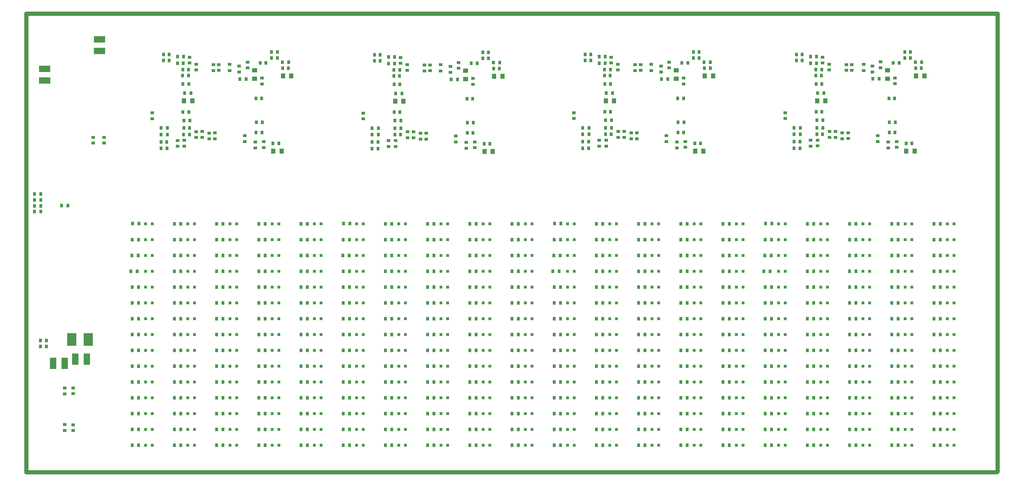
<source format=gbp>
G04*
G04 #@! TF.GenerationSoftware,Altium Limited,Altium Designer,18.1.7 (191)*
G04*
G04 Layer_Color=128*
%FSLAX25Y25*%
%MOIN*%
G70*
G01*
G75*
%ADD18C,0.04000*%
%ADD21R,0.03500X0.03000*%
%ADD27R,0.03543X0.03000*%
%ADD30R,0.06299X0.11000*%
%ADD31R,0.03000X0.03500*%
%ADD32R,0.03000X0.03543*%
%ADD34R,0.02756X0.03150*%
%ADD38R,0.03937X0.04921*%
%ADD125R,0.11000X0.06299*%
%ADD126R,0.09000X0.12000*%
%ADD127R,0.04921X0.03937*%
D18*
X0Y-100D02*
X919600D01*
X920300Y600D01*
Y435000D01*
X-100D02*
X920300D01*
X-100Y0D02*
Y435000D01*
D21*
X592193Y380972D02*
D03*
X793343Y380986D02*
D03*
X392483Y380627D02*
D03*
Y386627D02*
D03*
X192613Y386887D02*
D03*
Y380887D02*
D03*
X592193Y386971D02*
D03*
X793343Y386986D02*
D03*
D27*
X36167Y39715D02*
D03*
Y45227D02*
D03*
X36177Y79759D02*
D03*
Y74247D02*
D03*
X44137Y39471D02*
D03*
Y44983D02*
D03*
X44037Y79973D02*
D03*
Y74461D02*
D03*
X73484Y317622D02*
D03*
Y312111D02*
D03*
X63244Y317622D02*
D03*
Y312111D02*
D03*
X209383Y388998D02*
D03*
Y383487D02*
D03*
X409493Y388738D02*
D03*
Y383226D02*
D03*
X609183Y389083D02*
D03*
Y383572D02*
D03*
X809483Y389098D02*
D03*
Y383587D02*
D03*
X154365Y388098D02*
D03*
Y393610D02*
D03*
X354475Y387838D02*
D03*
Y393350D02*
D03*
X554165Y388183D02*
D03*
Y393695D02*
D03*
X754465Y388198D02*
D03*
Y393710D02*
D03*
X142983Y314742D02*
D03*
Y309231D02*
D03*
X343093Y314482D02*
D03*
Y308971D02*
D03*
X542783Y314827D02*
D03*
Y309316D02*
D03*
X743083Y314843D02*
D03*
Y309331D02*
D03*
X223083Y373843D02*
D03*
Y368331D02*
D03*
X423193Y373583D02*
D03*
Y368071D02*
D03*
X622883Y373927D02*
D03*
Y368416D02*
D03*
X823183Y373942D02*
D03*
Y368431D02*
D03*
X149583Y309331D02*
D03*
Y314843D02*
D03*
X349693Y309071D02*
D03*
Y314582D02*
D03*
X549383Y309416D02*
D03*
Y314927D02*
D03*
X749683Y309431D02*
D03*
Y314943D02*
D03*
X178583Y316331D02*
D03*
Y321843D02*
D03*
X378693Y316071D02*
D03*
Y321583D02*
D03*
X578383Y316416D02*
D03*
Y321927D02*
D03*
X778683Y316431D02*
D03*
Y321942D02*
D03*
X224783Y308075D02*
D03*
Y313586D02*
D03*
X424893Y307815D02*
D03*
Y313327D02*
D03*
X624583Y308160D02*
D03*
Y313671D02*
D03*
X824883Y308175D02*
D03*
Y313686D02*
D03*
X216783Y313087D02*
D03*
Y307575D02*
D03*
X416893Y312826D02*
D03*
Y307315D02*
D03*
X616583Y313172D02*
D03*
Y307660D02*
D03*
X816883Y313187D02*
D03*
Y307675D02*
D03*
X173183Y316231D02*
D03*
Y321743D02*
D03*
X373293Y315971D02*
D03*
Y321482D02*
D03*
X572983Y316316D02*
D03*
Y321827D02*
D03*
X773283Y316331D02*
D03*
Y321843D02*
D03*
X160883Y317531D02*
D03*
Y323042D02*
D03*
X360993Y317271D02*
D03*
Y322782D02*
D03*
X560683Y317616D02*
D03*
Y323127D02*
D03*
X760983Y317631D02*
D03*
Y323143D02*
D03*
X160783Y386943D02*
D03*
Y381431D02*
D03*
X360893Y386683D02*
D03*
Y381171D02*
D03*
X560583Y387027D02*
D03*
Y381516D02*
D03*
X760883Y387042D02*
D03*
Y381531D02*
D03*
X182183Y386643D02*
D03*
Y381131D02*
D03*
X382293Y386383D02*
D03*
Y380871D02*
D03*
X581983Y386727D02*
D03*
Y381216D02*
D03*
X782283Y386742D02*
D03*
Y381231D02*
D03*
X201583Y385142D02*
D03*
Y379631D02*
D03*
X401693Y384882D02*
D03*
Y379371D02*
D03*
X601383Y385227D02*
D03*
Y379716D02*
D03*
X801683Y385243D02*
D03*
Y379731D02*
D03*
X206783Y313575D02*
D03*
Y319087D02*
D03*
X406893Y313315D02*
D03*
Y318827D02*
D03*
X606583Y313660D02*
D03*
Y319172D02*
D03*
X806883Y313675D02*
D03*
Y319186D02*
D03*
X166583Y317575D02*
D03*
Y323087D02*
D03*
X366693Y317315D02*
D03*
Y322827D02*
D03*
X566383Y317660D02*
D03*
Y323171D02*
D03*
X766683Y317675D02*
D03*
Y323186D02*
D03*
X177149Y380989D02*
D03*
Y386501D02*
D03*
X377259Y380729D02*
D03*
Y386241D02*
D03*
X576949Y381074D02*
D03*
Y386586D02*
D03*
X777249Y381089D02*
D03*
Y386601D02*
D03*
X319193Y340638D02*
D03*
Y335126D02*
D03*
X119083Y335386D02*
D03*
Y340898D02*
D03*
X518883Y335472D02*
D03*
Y340983D02*
D03*
X719183Y340998D02*
D03*
Y335487D02*
D03*
D30*
X57186Y107243D02*
D03*
X46162D02*
D03*
X35994Y103233D02*
D03*
X24970D02*
D03*
D31*
X39278Y252784D02*
D03*
X33278D02*
D03*
X13298Y252727D02*
D03*
X7298D02*
D03*
Y263834D02*
D03*
X13298D02*
D03*
Y258281D02*
D03*
X7298D02*
D03*
Y247174D02*
D03*
X13298D02*
D03*
X460063Y25717D02*
D03*
X466063D02*
D03*
X460063Y40716D02*
D03*
X466063D02*
D03*
X460063Y55717D02*
D03*
X466063D02*
D03*
X860063D02*
D03*
X866063D02*
D03*
X860063Y40716D02*
D03*
X866063D02*
D03*
X860063Y25717D02*
D03*
X866063D02*
D03*
X660063Y55717D02*
D03*
X666063D02*
D03*
X660063Y40716D02*
D03*
X666063D02*
D03*
X660063Y25717D02*
D03*
X666063D02*
D03*
X860063Y70717D02*
D03*
X866063D02*
D03*
X860063Y85716D02*
D03*
X866063D02*
D03*
X820063Y25717D02*
D03*
X826063D02*
D03*
X820063Y40716D02*
D03*
X826063D02*
D03*
X820063Y55717D02*
D03*
X826063D02*
D03*
X820063Y70717D02*
D03*
X826063D02*
D03*
X820063Y85716D02*
D03*
X826063D02*
D03*
X780063Y25717D02*
D03*
X786063D02*
D03*
X660063Y70717D02*
D03*
X666063D02*
D03*
X660063Y85716D02*
D03*
X666063D02*
D03*
X620063Y25717D02*
D03*
X626063D02*
D03*
X620063Y40716D02*
D03*
X626063D02*
D03*
X620063Y55717D02*
D03*
X626063D02*
D03*
X620063Y70717D02*
D03*
X626063D02*
D03*
X620063Y85716D02*
D03*
X626063D02*
D03*
X580063Y25717D02*
D03*
X586063D02*
D03*
X460063Y70717D02*
D03*
X466063D02*
D03*
X460063Y85716D02*
D03*
X466063D02*
D03*
X420063Y25717D02*
D03*
X426063D02*
D03*
X420063Y40716D02*
D03*
X426063D02*
D03*
X420063Y55717D02*
D03*
X426063D02*
D03*
X420063Y70717D02*
D03*
X426063D02*
D03*
X420063Y85716D02*
D03*
X426063D02*
D03*
X380063Y25717D02*
D03*
X386063D02*
D03*
X740063D02*
D03*
X746063D02*
D03*
X700063D02*
D03*
X706063D02*
D03*
X780063Y40716D02*
D03*
X786063D02*
D03*
X740063D02*
D03*
X746063D02*
D03*
X700063D02*
D03*
X706063D02*
D03*
X780063Y55717D02*
D03*
X786063D02*
D03*
X740063D02*
D03*
X746063D02*
D03*
X700063D02*
D03*
X706063D02*
D03*
X540063Y25717D02*
D03*
X546063D02*
D03*
X500063D02*
D03*
X506063D02*
D03*
X580063Y40716D02*
D03*
X586063D02*
D03*
X540063D02*
D03*
X546063D02*
D03*
X500063D02*
D03*
X506063D02*
D03*
X580063Y55717D02*
D03*
X586063D02*
D03*
X540063D02*
D03*
X546063D02*
D03*
X500063D02*
D03*
X506063D02*
D03*
X340063Y25717D02*
D03*
X346063D02*
D03*
X300063D02*
D03*
X306063D02*
D03*
X380063Y40716D02*
D03*
X386063D02*
D03*
X340063D02*
D03*
X346063D02*
D03*
X300063D02*
D03*
X306063D02*
D03*
X380063Y55717D02*
D03*
X386063D02*
D03*
X340063D02*
D03*
X346063D02*
D03*
X300063D02*
D03*
X306063D02*
D03*
X780063Y70717D02*
D03*
X786063D02*
D03*
X740063D02*
D03*
X746063D02*
D03*
X700063D02*
D03*
X706063D02*
D03*
X780063Y85716D02*
D03*
X786063D02*
D03*
X740063D02*
D03*
X746063D02*
D03*
X700063D02*
D03*
X706063D02*
D03*
X740063Y100716D02*
D03*
X746063D02*
D03*
X700063D02*
D03*
X706063D02*
D03*
X580063Y70717D02*
D03*
X586063D02*
D03*
X540063D02*
D03*
X546063D02*
D03*
X500063D02*
D03*
X506063D02*
D03*
X580063Y85716D02*
D03*
X586063D02*
D03*
X540063D02*
D03*
X546063D02*
D03*
X500063D02*
D03*
X506063D02*
D03*
X540063Y100716D02*
D03*
X546063D02*
D03*
X500063D02*
D03*
X506063D02*
D03*
X380063Y70717D02*
D03*
X386063D02*
D03*
X340063D02*
D03*
X346063D02*
D03*
X300063D02*
D03*
X306063D02*
D03*
X380063Y85716D02*
D03*
X386063D02*
D03*
X340063D02*
D03*
X346063D02*
D03*
X300063D02*
D03*
X306063D02*
D03*
X340063Y100716D02*
D03*
X346063D02*
D03*
X300063D02*
D03*
X306063D02*
D03*
X860063D02*
D03*
X866063D02*
D03*
X860063Y115717D02*
D03*
X866063D02*
D03*
X860063Y130717D02*
D03*
X866063D02*
D03*
X860063Y145717D02*
D03*
X866063D02*
D03*
X820063Y100716D02*
D03*
X826063D02*
D03*
X820063Y115717D02*
D03*
X826063D02*
D03*
X820063Y145717D02*
D03*
X826063D02*
D03*
X820063Y130717D02*
D03*
X826063D02*
D03*
X660063Y100716D02*
D03*
X666063D02*
D03*
X660063Y115717D02*
D03*
X666063D02*
D03*
X660063Y130717D02*
D03*
X666063D02*
D03*
X660063Y145717D02*
D03*
X666063D02*
D03*
X620063Y100716D02*
D03*
X626063D02*
D03*
X620063Y115717D02*
D03*
X626063D02*
D03*
X620063Y145717D02*
D03*
X626063D02*
D03*
X620063Y130717D02*
D03*
X626063D02*
D03*
X460063Y100716D02*
D03*
X466063D02*
D03*
X460063Y115717D02*
D03*
X466063D02*
D03*
X460063Y130717D02*
D03*
X466063D02*
D03*
X460063Y145717D02*
D03*
X466063D02*
D03*
X420063Y100716D02*
D03*
X426063D02*
D03*
X420063Y115717D02*
D03*
X426063D02*
D03*
X420063Y145717D02*
D03*
X426063D02*
D03*
X420063Y130717D02*
D03*
X426063D02*
D03*
X780063Y100716D02*
D03*
X786063D02*
D03*
X780063Y115717D02*
D03*
X786063D02*
D03*
X740063D02*
D03*
X746063D02*
D03*
X700063D02*
D03*
X706063D02*
D03*
X780063Y130717D02*
D03*
X786063D02*
D03*
X740063D02*
D03*
X746063D02*
D03*
X700063D02*
D03*
X706063D02*
D03*
X700063Y145717D02*
D03*
X706063D02*
D03*
X580063Y100716D02*
D03*
X586063D02*
D03*
X580063Y115717D02*
D03*
X586063D02*
D03*
X540063D02*
D03*
X546063D02*
D03*
X500063D02*
D03*
X506063D02*
D03*
X580063Y130717D02*
D03*
X586063D02*
D03*
X540063D02*
D03*
X546063D02*
D03*
X500063D02*
D03*
X506063D02*
D03*
X500063Y145717D02*
D03*
X506063D02*
D03*
X380063Y100716D02*
D03*
X386063D02*
D03*
X380063Y115717D02*
D03*
X386063D02*
D03*
X340063D02*
D03*
X346063D02*
D03*
X300063D02*
D03*
X306063D02*
D03*
X380063Y130717D02*
D03*
X386063D02*
D03*
X340063D02*
D03*
X346063D02*
D03*
X300063D02*
D03*
X306063D02*
D03*
X300063Y145717D02*
D03*
X306063D02*
D03*
X740063D02*
D03*
X746063D02*
D03*
X780044Y145514D02*
D03*
X786044D02*
D03*
X780063Y160716D02*
D03*
X786063D02*
D03*
X740063D02*
D03*
X746063D02*
D03*
X700063D02*
D03*
X706063D02*
D03*
X780063Y175716D02*
D03*
X786063D02*
D03*
X740063D02*
D03*
X746063D02*
D03*
X700063D02*
D03*
X706063D02*
D03*
X540063Y145717D02*
D03*
X546063D02*
D03*
X580044Y145514D02*
D03*
X586044D02*
D03*
X580063Y160716D02*
D03*
X586063D02*
D03*
X540063D02*
D03*
X546063D02*
D03*
X500063D02*
D03*
X506063D02*
D03*
X580063Y175716D02*
D03*
X586063D02*
D03*
X540063D02*
D03*
X546063D02*
D03*
X500063D02*
D03*
X506063D02*
D03*
X340063Y145717D02*
D03*
X346063D02*
D03*
X380044Y145514D02*
D03*
X386044D02*
D03*
X380063Y160716D02*
D03*
X386063D02*
D03*
X340063D02*
D03*
X346063D02*
D03*
X300063D02*
D03*
X306063D02*
D03*
X380063Y175716D02*
D03*
X386063D02*
D03*
X340063D02*
D03*
X346063D02*
D03*
X300063D02*
D03*
X306063D02*
D03*
X860063D02*
D03*
X866063D02*
D03*
X860063Y160716D02*
D03*
X866063D02*
D03*
X860063Y190717D02*
D03*
X866063D02*
D03*
X860063Y205716D02*
D03*
X866063D02*
D03*
X860063Y220717D02*
D03*
X866063D02*
D03*
X860063Y235717D02*
D03*
X866063D02*
D03*
X820063Y160716D02*
D03*
X826063D02*
D03*
X820063Y175716D02*
D03*
X826063D02*
D03*
X660063D02*
D03*
X666063D02*
D03*
X660063Y160716D02*
D03*
X666063D02*
D03*
X660063Y190717D02*
D03*
X666063D02*
D03*
X660063Y205716D02*
D03*
X666063D02*
D03*
X660063Y220717D02*
D03*
X666063D02*
D03*
X660063Y235717D02*
D03*
X666063D02*
D03*
X620063Y160716D02*
D03*
X626063D02*
D03*
X620063Y175716D02*
D03*
X626063D02*
D03*
X460063D02*
D03*
X466063D02*
D03*
X460063Y160716D02*
D03*
X466063D02*
D03*
X460063Y190717D02*
D03*
X466063D02*
D03*
X460063Y205716D02*
D03*
X466063D02*
D03*
X460063Y220717D02*
D03*
X466063D02*
D03*
X460063Y235717D02*
D03*
X466063D02*
D03*
X420063Y160716D02*
D03*
X426063D02*
D03*
X420063Y175716D02*
D03*
X426063D02*
D03*
X780063Y190717D02*
D03*
X786063D02*
D03*
X820063D02*
D03*
X826063D02*
D03*
X820063Y205716D02*
D03*
X826063D02*
D03*
X780063D02*
D03*
X786063D02*
D03*
X820063Y220717D02*
D03*
X826063D02*
D03*
X780063D02*
D03*
X786063D02*
D03*
X820063Y235717D02*
D03*
X826063D02*
D03*
X780063D02*
D03*
X786063D02*
D03*
X580063Y190717D02*
D03*
X586063D02*
D03*
X620063D02*
D03*
X626063D02*
D03*
X620063Y205716D02*
D03*
X626063D02*
D03*
X580063D02*
D03*
X586063D02*
D03*
X620063Y220717D02*
D03*
X626063D02*
D03*
X580063D02*
D03*
X586063D02*
D03*
X620063Y235717D02*
D03*
X626063D02*
D03*
X580063D02*
D03*
X586063D02*
D03*
X380063Y190717D02*
D03*
X386063D02*
D03*
X420063D02*
D03*
X426063D02*
D03*
X420063Y205716D02*
D03*
X426063D02*
D03*
X380063D02*
D03*
X386063D02*
D03*
X420063Y220717D02*
D03*
X426063D02*
D03*
X380063D02*
D03*
X386063D02*
D03*
X420063Y235717D02*
D03*
X426063D02*
D03*
X380063D02*
D03*
X386063D02*
D03*
X300333Y235799D02*
D03*
X306333D02*
D03*
X299914Y205716D02*
D03*
X305913D02*
D03*
X300063Y220717D02*
D03*
X306063D02*
D03*
X340063Y190717D02*
D03*
X346063D02*
D03*
X340063Y205716D02*
D03*
X346063D02*
D03*
X340063Y220717D02*
D03*
X346063D02*
D03*
X340063Y235717D02*
D03*
X346063D02*
D03*
X300063Y190717D02*
D03*
X306063D02*
D03*
X740063Y190717D02*
D03*
X746063D02*
D03*
X740063Y205716D02*
D03*
X746063D02*
D03*
X740063Y220717D02*
D03*
X746063D02*
D03*
X740063Y235717D02*
D03*
X746063D02*
D03*
X698933Y190672D02*
D03*
X704933D02*
D03*
X699914Y205716D02*
D03*
X705913D02*
D03*
X700063Y220717D02*
D03*
X706063D02*
D03*
X700333Y235799D02*
D03*
X706333D02*
D03*
X540063Y190717D02*
D03*
X546063D02*
D03*
X540063Y205716D02*
D03*
X546063D02*
D03*
X540063Y220717D02*
D03*
X546063D02*
D03*
X540063Y235717D02*
D03*
X546063D02*
D03*
X498933Y190672D02*
D03*
X504933D02*
D03*
X499914Y205716D02*
D03*
X505913D02*
D03*
X500063Y220717D02*
D03*
X506063D02*
D03*
X500333Y235799D02*
D03*
X506333D02*
D03*
X146063Y115717D02*
D03*
X140063D02*
D03*
X100063Y130717D02*
D03*
X106063D02*
D03*
X220063Y175716D02*
D03*
X226063D02*
D03*
X220063Y100716D02*
D03*
X226063D02*
D03*
X100063Y145717D02*
D03*
X106063D02*
D03*
X140063Y70717D02*
D03*
X146063D02*
D03*
Y175716D02*
D03*
X140063D02*
D03*
X106063D02*
D03*
X100063D02*
D03*
X266063Y145717D02*
D03*
X260063D02*
D03*
X106063Y115717D02*
D03*
X100063D02*
D03*
X146063Y160716D02*
D03*
X140063D02*
D03*
X186063D02*
D03*
X180063D02*
D03*
X106063D02*
D03*
X100063D02*
D03*
X226063Y40716D02*
D03*
X220063D02*
D03*
X146063D02*
D03*
X140063D02*
D03*
X186063Y85716D02*
D03*
X180063D02*
D03*
X266063Y25717D02*
D03*
X260063D02*
D03*
X226063D02*
D03*
X220063D02*
D03*
X186063Y40716D02*
D03*
X180063D02*
D03*
X106063Y70717D02*
D03*
X100063D02*
D03*
X266063Y130717D02*
D03*
X260063D02*
D03*
X266063Y55717D02*
D03*
X260063D02*
D03*
X266063Y70717D02*
D03*
X260063D02*
D03*
X146063Y25717D02*
D03*
X140063D02*
D03*
X186063Y70717D02*
D03*
X180063D02*
D03*
X266063Y100716D02*
D03*
X260063D02*
D03*
X186063D02*
D03*
X180063D02*
D03*
X146063Y145717D02*
D03*
X140063D02*
D03*
X226063Y55717D02*
D03*
X220063D02*
D03*
X106063Y40716D02*
D03*
X100063D02*
D03*
X146063Y85716D02*
D03*
X140063D02*
D03*
X186063Y130717D02*
D03*
X180063D02*
D03*
X266063Y40716D02*
D03*
X260063D02*
D03*
X266063Y85716D02*
D03*
X260063D02*
D03*
X106063D02*
D03*
X100063D02*
D03*
X226063Y115717D02*
D03*
X220063D02*
D03*
X146063Y130717D02*
D03*
X140063D02*
D03*
X186063Y175716D02*
D03*
X180063D02*
D03*
X106063Y25717D02*
D03*
X100063D02*
D03*
X266063Y115717D02*
D03*
X260063D02*
D03*
X186063D02*
D03*
X180063D02*
D03*
X186044Y145514D02*
D03*
X180044D02*
D03*
X226063Y70717D02*
D03*
X220063D02*
D03*
X186063Y55717D02*
D03*
X180063D02*
D03*
X226063Y85716D02*
D03*
X220063D02*
D03*
X146063Y55717D02*
D03*
X140063D02*
D03*
X146063Y100716D02*
D03*
X140063D02*
D03*
X226063Y145717D02*
D03*
X220063D02*
D03*
X186063Y25717D02*
D03*
X180063D02*
D03*
X106063Y55717D02*
D03*
X100063D02*
D03*
X106063Y100716D02*
D03*
X100063D02*
D03*
X226063Y130717D02*
D03*
X220063D02*
D03*
X266063Y205716D02*
D03*
X260063D02*
D03*
X266063Y190717D02*
D03*
X260063D02*
D03*
X266063Y220717D02*
D03*
X260063D02*
D03*
X266063Y175716D02*
D03*
X260063D02*
D03*
X266063Y235717D02*
D03*
X260063D02*
D03*
X266063Y160716D02*
D03*
X260063D02*
D03*
X226063D02*
D03*
X220063D02*
D03*
X180063Y235717D02*
D03*
X186063D02*
D03*
X220063D02*
D03*
X226063D02*
D03*
X180063Y220717D02*
D03*
X186063D02*
D03*
X220063D02*
D03*
X226063D02*
D03*
X180063Y205716D02*
D03*
X186063D02*
D03*
X220063D02*
D03*
X226063D02*
D03*
X220063Y190717D02*
D03*
X226063D02*
D03*
X180063D02*
D03*
X186063D02*
D03*
X140063Y220717D02*
D03*
X146063D02*
D03*
X98933Y190672D02*
D03*
X104933D02*
D03*
X140063Y205716D02*
D03*
X146063D02*
D03*
X99914D02*
D03*
X105913D02*
D03*
X140063Y190717D02*
D03*
X146063D02*
D03*
X140063Y235717D02*
D03*
X146063D02*
D03*
X100063Y220717D02*
D03*
X106063D02*
D03*
X100333Y235799D02*
D03*
X106333D02*
D03*
X248420Y388776D02*
D03*
X242420D02*
D03*
X448530Y388516D02*
D03*
X442530D02*
D03*
X648220Y388861D02*
D03*
X642220D02*
D03*
X848520Y388877D02*
D03*
X842520D02*
D03*
X155683Y359487D02*
D03*
X355793Y359226D02*
D03*
X755783Y359587D02*
D03*
X402423Y372606D02*
D03*
X802073Y373287D02*
D03*
X555483Y359572D02*
D03*
X333493Y320127D02*
D03*
X327493D02*
D03*
X333493Y326226D02*
D03*
X327493D02*
D03*
X349793Y359226D02*
D03*
X408423Y372606D02*
D03*
X207963Y372996D02*
D03*
X201963D02*
D03*
X607723Y373057D02*
D03*
X601723D02*
D03*
X149683Y359487D02*
D03*
X127383Y326486D02*
D03*
X133383D02*
D03*
X127383Y320387D02*
D03*
X133383D02*
D03*
X549483Y359572D02*
D03*
X527183Y326571D02*
D03*
X533183D02*
D03*
X527183Y320472D02*
D03*
X533183D02*
D03*
X808073Y373287D02*
D03*
X733483Y326587D02*
D03*
X727483D02*
D03*
X733483Y320486D02*
D03*
X727483D02*
D03*
X749783Y359587D02*
D03*
D32*
X13276Y124803D02*
D03*
X18788D02*
D03*
X18758Y119213D02*
D03*
X13246D02*
D03*
X129627Y390586D02*
D03*
X135139D02*
D03*
X329737Y390326D02*
D03*
X335249D02*
D03*
X529427Y390671D02*
D03*
X534939D02*
D03*
X729727Y390686D02*
D03*
X735239D02*
D03*
X232227Y398587D02*
D03*
X237739D02*
D03*
X432337Y398326D02*
D03*
X437849D02*
D03*
X632027Y398672D02*
D03*
X637539D02*
D03*
X832327Y398687D02*
D03*
X837839D02*
D03*
X129627Y396087D02*
D03*
X135139D02*
D03*
X329737Y395827D02*
D03*
X335249D02*
D03*
X529427Y396171D02*
D03*
X534939D02*
D03*
X729727Y396186D02*
D03*
X735239D02*
D03*
X148639Y394087D02*
D03*
X143127D02*
D03*
X348749Y393827D02*
D03*
X343237D02*
D03*
X548439Y394172D02*
D03*
X542927D02*
D03*
X748739Y394186D02*
D03*
X743227D02*
D03*
X239039Y311887D02*
D03*
X233527D02*
D03*
X439149Y311627D02*
D03*
X433637D02*
D03*
X638839Y311971D02*
D03*
X633327D02*
D03*
X839139Y311986D02*
D03*
X833627D02*
D03*
X237739Y392787D02*
D03*
X232227D02*
D03*
X437849Y392527D02*
D03*
X432337D02*
D03*
X637539Y392871D02*
D03*
X632027D02*
D03*
X837839Y392886D02*
D03*
X832327D02*
D03*
X143027Y387887D02*
D03*
X148539D02*
D03*
X343137Y387627D02*
D03*
X348649D02*
D03*
X542827Y387971D02*
D03*
X548339D02*
D03*
X743127Y387986D02*
D03*
X748639D02*
D03*
X149127Y333686D02*
D03*
X154639D02*
D03*
X349237Y333426D02*
D03*
X354749D02*
D03*
X548927Y333771D02*
D03*
X554439D02*
D03*
X749227Y333787D02*
D03*
X754739D02*
D03*
X223039Y322287D02*
D03*
X217527D02*
D03*
X423149Y322026D02*
D03*
X417637D02*
D03*
X622839Y322372D02*
D03*
X617327D02*
D03*
X823139Y322387D02*
D03*
X817627D02*
D03*
X221427Y388286D02*
D03*
X226939D02*
D03*
X421537Y388026D02*
D03*
X427049D02*
D03*
X621227Y388371D02*
D03*
X626739D02*
D03*
X821527Y388387D02*
D03*
X827039D02*
D03*
X132939Y313387D02*
D03*
X127427D02*
D03*
X333049Y313126D02*
D03*
X327537D02*
D03*
X532739Y313472D02*
D03*
X527227D02*
D03*
X733039Y313487D02*
D03*
X727527D02*
D03*
X147927Y376186D02*
D03*
X153439D02*
D03*
X348037Y375926D02*
D03*
X353549D02*
D03*
X547727Y376272D02*
D03*
X553239D02*
D03*
X748027Y376287D02*
D03*
X753539D02*
D03*
X148027Y381887D02*
D03*
X153539D02*
D03*
X348137Y381627D02*
D03*
X353649D02*
D03*
X547827Y381972D02*
D03*
X553339D02*
D03*
X748127Y381986D02*
D03*
X753639D02*
D03*
X149027Y326486D02*
D03*
X154539D02*
D03*
X349137Y326226D02*
D03*
X354649D02*
D03*
X548827Y326571D02*
D03*
X554339D02*
D03*
X749127Y326587D02*
D03*
X754639D02*
D03*
X148927Y320387D02*
D03*
X154439D02*
D03*
X349037Y320127D02*
D03*
X354549D02*
D03*
X548727Y320472D02*
D03*
X554239D02*
D03*
X749027Y320486D02*
D03*
X754539D02*
D03*
X127471Y307287D02*
D03*
X132983D02*
D03*
X327581Y307027D02*
D03*
X333093D02*
D03*
X527271Y307371D02*
D03*
X532783D02*
D03*
X727571Y307386D02*
D03*
X733083D02*
D03*
X148227Y341687D02*
D03*
X153739D02*
D03*
X348337Y341426D02*
D03*
X353849D02*
D03*
X548027Y341772D02*
D03*
X553539D02*
D03*
X748327Y341787D02*
D03*
X753839D02*
D03*
X148227Y368186D02*
D03*
X153739D02*
D03*
X348337Y367927D02*
D03*
X353849D02*
D03*
X548027Y368271D02*
D03*
X553539D02*
D03*
X748327Y368286D02*
D03*
X753839D02*
D03*
X223289Y331778D02*
D03*
X217777D02*
D03*
X423399Y331518D02*
D03*
X417887D02*
D03*
X623089Y331863D02*
D03*
X617577D02*
D03*
X823389Y331878D02*
D03*
X817877D02*
D03*
X222839Y354486D02*
D03*
X217327D02*
D03*
X422949Y354226D02*
D03*
X417437D02*
D03*
X622639Y354572D02*
D03*
X617127D02*
D03*
X822939Y354587D02*
D03*
X817427D02*
D03*
X248176Y383187D02*
D03*
X242664D02*
D03*
X448286Y382927D02*
D03*
X442774D02*
D03*
X647976Y383272D02*
D03*
X642464D02*
D03*
X848276Y383286D02*
D03*
X842764D02*
D03*
D34*
X472914Y25717D02*
D03*
X479213D02*
D03*
X472914Y40716D02*
D03*
X479213D02*
D03*
X472914Y55717D02*
D03*
X479213D02*
D03*
X872913D02*
D03*
X879213D02*
D03*
X872913Y40716D02*
D03*
X879213D02*
D03*
X872913Y25717D02*
D03*
X879213D02*
D03*
X672914Y55717D02*
D03*
X679213D02*
D03*
X672914Y40716D02*
D03*
X679213D02*
D03*
X672914Y25717D02*
D03*
X679213D02*
D03*
X872913Y70717D02*
D03*
X879213D02*
D03*
X872913Y85716D02*
D03*
X879213D02*
D03*
X832913Y25717D02*
D03*
X839213D02*
D03*
X832913Y40716D02*
D03*
X839213D02*
D03*
X832913Y55717D02*
D03*
X839213D02*
D03*
X832913Y70717D02*
D03*
X839213D02*
D03*
X832913Y85716D02*
D03*
X839213D02*
D03*
X792913Y25717D02*
D03*
X799213D02*
D03*
X672914Y70717D02*
D03*
X679213D02*
D03*
X672914Y85716D02*
D03*
X679213D02*
D03*
X632913Y25717D02*
D03*
X639213D02*
D03*
X632913Y40716D02*
D03*
X639213D02*
D03*
X632913Y55717D02*
D03*
X639213D02*
D03*
X632913Y70717D02*
D03*
X639213D02*
D03*
X632913Y85716D02*
D03*
X639213D02*
D03*
X592913Y25717D02*
D03*
X599213D02*
D03*
X472914Y70717D02*
D03*
X479213D02*
D03*
X472914Y85716D02*
D03*
X479213D02*
D03*
X432913Y25717D02*
D03*
X439213D02*
D03*
X432913Y40716D02*
D03*
X439213D02*
D03*
X432913Y55717D02*
D03*
X439213D02*
D03*
X432913Y70717D02*
D03*
X439213D02*
D03*
X432913Y85716D02*
D03*
X439213D02*
D03*
X392914Y25717D02*
D03*
X399213D02*
D03*
X752914D02*
D03*
X759213D02*
D03*
X712914D02*
D03*
X719213D02*
D03*
X792913Y40716D02*
D03*
X799213D02*
D03*
X752914D02*
D03*
X759213D02*
D03*
X712914D02*
D03*
X719213D02*
D03*
X792913Y55717D02*
D03*
X799213D02*
D03*
X752914D02*
D03*
X759213D02*
D03*
X712914D02*
D03*
X719213D02*
D03*
X552914Y25717D02*
D03*
X559213D02*
D03*
X512914D02*
D03*
X519213D02*
D03*
X592913Y40716D02*
D03*
X599213D02*
D03*
X552914D02*
D03*
X559213D02*
D03*
X512914D02*
D03*
X519213D02*
D03*
X592913Y55717D02*
D03*
X599213D02*
D03*
X552914D02*
D03*
X559213D02*
D03*
X512914D02*
D03*
X519213D02*
D03*
X352913Y25717D02*
D03*
X359213D02*
D03*
X312913D02*
D03*
X319213D02*
D03*
X392914Y40716D02*
D03*
X399213D02*
D03*
X352913D02*
D03*
X359213D02*
D03*
X312913D02*
D03*
X319213D02*
D03*
X392914Y55717D02*
D03*
X399213D02*
D03*
X352913D02*
D03*
X359213D02*
D03*
X312913D02*
D03*
X319213D02*
D03*
X792913Y70717D02*
D03*
X799213D02*
D03*
X752914D02*
D03*
X759213D02*
D03*
X712914D02*
D03*
X719213D02*
D03*
X792913Y85716D02*
D03*
X799213D02*
D03*
X752914D02*
D03*
X759213D02*
D03*
X712914D02*
D03*
X719213D02*
D03*
X752914Y100716D02*
D03*
X759213D02*
D03*
X712914D02*
D03*
X719213D02*
D03*
X592913Y70717D02*
D03*
X599213D02*
D03*
X552914D02*
D03*
X559213D02*
D03*
X512914D02*
D03*
X519213D02*
D03*
X592913Y85716D02*
D03*
X599213D02*
D03*
X552914D02*
D03*
X559213D02*
D03*
X512914D02*
D03*
X519213D02*
D03*
X552914Y100716D02*
D03*
X559213D02*
D03*
X512914D02*
D03*
X519213D02*
D03*
X392914Y70717D02*
D03*
X399213D02*
D03*
X352913D02*
D03*
X359213D02*
D03*
X312913D02*
D03*
X319213D02*
D03*
X392914Y85716D02*
D03*
X399213D02*
D03*
X352913D02*
D03*
X359213D02*
D03*
X312913D02*
D03*
X319213D02*
D03*
X352913Y100716D02*
D03*
X359213D02*
D03*
X312913D02*
D03*
X319213D02*
D03*
X872913D02*
D03*
X879213D02*
D03*
X872913Y115717D02*
D03*
X879213D02*
D03*
X872913Y130717D02*
D03*
X879213D02*
D03*
X872913Y145717D02*
D03*
X879213D02*
D03*
X832913Y100716D02*
D03*
X839213D02*
D03*
X832913Y115717D02*
D03*
X839213D02*
D03*
X832913Y145717D02*
D03*
X839213D02*
D03*
X832913Y130717D02*
D03*
X839213D02*
D03*
X672914Y100716D02*
D03*
X679213D02*
D03*
X672914Y115717D02*
D03*
X679213D02*
D03*
X672914Y130717D02*
D03*
X679213D02*
D03*
X672914Y145717D02*
D03*
X679213D02*
D03*
X632913Y100716D02*
D03*
X639213D02*
D03*
X632913Y115717D02*
D03*
X639213D02*
D03*
X632913Y145717D02*
D03*
X639213D02*
D03*
X632913Y130717D02*
D03*
X639213D02*
D03*
X472914Y100716D02*
D03*
X479213D02*
D03*
X472914Y115717D02*
D03*
X479213D02*
D03*
X472914Y130717D02*
D03*
X479213D02*
D03*
X472914Y145717D02*
D03*
X479213D02*
D03*
X432913Y100716D02*
D03*
X439213D02*
D03*
X432913Y115717D02*
D03*
X439213D02*
D03*
X432913Y145717D02*
D03*
X439213D02*
D03*
X432913Y130717D02*
D03*
X439213D02*
D03*
X792913Y100716D02*
D03*
X799213D02*
D03*
X792913Y115717D02*
D03*
X799213D02*
D03*
X752914D02*
D03*
X759213D02*
D03*
X712914D02*
D03*
X719213D02*
D03*
X792913Y130717D02*
D03*
X799213D02*
D03*
X752914D02*
D03*
X759213D02*
D03*
X712914D02*
D03*
X719213D02*
D03*
X712914Y145717D02*
D03*
X719213D02*
D03*
X592913Y100716D02*
D03*
X599213D02*
D03*
X592913Y115717D02*
D03*
X599213D02*
D03*
X552914D02*
D03*
X559213D02*
D03*
X512914D02*
D03*
X519213D02*
D03*
X592913Y130717D02*
D03*
X599213D02*
D03*
X552914D02*
D03*
X559213D02*
D03*
X512914D02*
D03*
X519213D02*
D03*
X512914Y145717D02*
D03*
X519213D02*
D03*
X392914Y100716D02*
D03*
X399213D02*
D03*
X392914Y115717D02*
D03*
X399213D02*
D03*
X352913D02*
D03*
X359213D02*
D03*
X312913D02*
D03*
X319213D02*
D03*
X392914Y130717D02*
D03*
X399213D02*
D03*
X352913D02*
D03*
X359213D02*
D03*
X312913D02*
D03*
X319213D02*
D03*
X312913Y145717D02*
D03*
X319213D02*
D03*
X752914D02*
D03*
X759213D02*
D03*
X792913D02*
D03*
X799213D02*
D03*
X792913Y160716D02*
D03*
X799213D02*
D03*
X752914D02*
D03*
X759213D02*
D03*
X712914D02*
D03*
X719213D02*
D03*
X792913Y175716D02*
D03*
X799213D02*
D03*
X752914D02*
D03*
X759213D02*
D03*
X712914D02*
D03*
X719213D02*
D03*
X552914Y145717D02*
D03*
X559213D02*
D03*
X592913D02*
D03*
X599213D02*
D03*
X592913Y160716D02*
D03*
X599213D02*
D03*
X552914D02*
D03*
X559213D02*
D03*
X512914D02*
D03*
X519213D02*
D03*
X592913Y175716D02*
D03*
X599213D02*
D03*
X552914D02*
D03*
X559213D02*
D03*
X512914D02*
D03*
X519213D02*
D03*
X352913Y145717D02*
D03*
X359213D02*
D03*
X392914D02*
D03*
X399213D02*
D03*
X392914Y160716D02*
D03*
X399213D02*
D03*
X352913D02*
D03*
X359213D02*
D03*
X312913D02*
D03*
X319213D02*
D03*
X392914Y175716D02*
D03*
X399213D02*
D03*
X352913D02*
D03*
X359213D02*
D03*
X312913D02*
D03*
X319213D02*
D03*
X872913D02*
D03*
X879213D02*
D03*
X872913Y160716D02*
D03*
X879213D02*
D03*
X872913Y190717D02*
D03*
X879213D02*
D03*
X872913Y205716D02*
D03*
X879213D02*
D03*
X872913Y220717D02*
D03*
X879213D02*
D03*
X872913Y235717D02*
D03*
X879213D02*
D03*
X832913Y160716D02*
D03*
X839213D02*
D03*
X832913Y175716D02*
D03*
X839213D02*
D03*
X672914D02*
D03*
X679213D02*
D03*
X672914Y160716D02*
D03*
X679213D02*
D03*
X672914Y190717D02*
D03*
X679213D02*
D03*
X672914Y205716D02*
D03*
X679213D02*
D03*
X672914Y220717D02*
D03*
X679213D02*
D03*
X672914Y235717D02*
D03*
X679213D02*
D03*
X632913Y160716D02*
D03*
X639213D02*
D03*
X632913Y175716D02*
D03*
X639213D02*
D03*
X472914D02*
D03*
X479213D02*
D03*
X472914Y160716D02*
D03*
X479213D02*
D03*
X472914Y190717D02*
D03*
X479213D02*
D03*
X472914Y205716D02*
D03*
X479213D02*
D03*
X472914Y220717D02*
D03*
X479213D02*
D03*
X472914Y235717D02*
D03*
X479213D02*
D03*
X432913Y160716D02*
D03*
X439213D02*
D03*
X432913Y175716D02*
D03*
X439213D02*
D03*
X792913Y190717D02*
D03*
X799213D02*
D03*
X832913D02*
D03*
X839213D02*
D03*
X832913Y205716D02*
D03*
X839213D02*
D03*
X792913D02*
D03*
X799213D02*
D03*
X832913Y220717D02*
D03*
X839213D02*
D03*
X792913D02*
D03*
X799213D02*
D03*
X832913Y235717D02*
D03*
X839213D02*
D03*
X792913D02*
D03*
X799213D02*
D03*
X592913Y190717D02*
D03*
X599213D02*
D03*
X632913D02*
D03*
X639213D02*
D03*
X632913Y205716D02*
D03*
X639213D02*
D03*
X592913D02*
D03*
X599213D02*
D03*
X632913Y220717D02*
D03*
X639213D02*
D03*
X592913D02*
D03*
X599213D02*
D03*
X632913Y235717D02*
D03*
X639213D02*
D03*
X592913D02*
D03*
X599213D02*
D03*
X392914Y190717D02*
D03*
X399213D02*
D03*
X432913D02*
D03*
X439213D02*
D03*
X432913Y205716D02*
D03*
X439213D02*
D03*
X392914D02*
D03*
X399213D02*
D03*
X432913Y220717D02*
D03*
X439213D02*
D03*
X392914D02*
D03*
X399213D02*
D03*
X432913Y235717D02*
D03*
X439213D02*
D03*
X392914D02*
D03*
X399213D02*
D03*
X312913Y190717D02*
D03*
X319213D02*
D03*
X312913Y205716D02*
D03*
X319213D02*
D03*
X312913Y220717D02*
D03*
X319212D02*
D03*
X312913Y235717D02*
D03*
X319212D02*
D03*
X352913Y190717D02*
D03*
X359213D02*
D03*
X352913Y205716D02*
D03*
X359213D02*
D03*
X352913Y220717D02*
D03*
X359212D02*
D03*
X352913Y235717D02*
D03*
X359212D02*
D03*
X752914Y190717D02*
D03*
X759213D02*
D03*
X752914Y205716D02*
D03*
X759213D02*
D03*
X752914Y220717D02*
D03*
X759213D02*
D03*
X752914Y235717D02*
D03*
X759213D02*
D03*
X712914Y190717D02*
D03*
X719213D02*
D03*
X712914Y205716D02*
D03*
X719213D02*
D03*
X712914Y220717D02*
D03*
X719213D02*
D03*
X712914Y235717D02*
D03*
X719213D02*
D03*
X552914Y190717D02*
D03*
X559213D02*
D03*
X552914Y205716D02*
D03*
X559213D02*
D03*
X552914Y220717D02*
D03*
X559213D02*
D03*
X552914Y235717D02*
D03*
X559213D02*
D03*
X512914Y190717D02*
D03*
X519213D02*
D03*
X512914Y205716D02*
D03*
X519213D02*
D03*
X512914Y220717D02*
D03*
X519213D02*
D03*
X512914Y235717D02*
D03*
X519213D02*
D03*
X272914Y205716D02*
D03*
X279213D02*
D03*
X232913Y235717D02*
D03*
X239213D02*
D03*
X192913Y145717D02*
D03*
X199213D02*
D03*
X112914Y235717D02*
D03*
X119213D02*
D03*
Y220717D02*
D03*
X112914D02*
D03*
X159213Y115717D02*
D03*
X152913D02*
D03*
X112914Y130717D02*
D03*
X119213D02*
D03*
X232913Y175716D02*
D03*
X239213D02*
D03*
X232913Y100716D02*
D03*
X239213D02*
D03*
X112914Y145717D02*
D03*
X119213D02*
D03*
X152913Y70717D02*
D03*
X159213D02*
D03*
X192913Y235717D02*
D03*
X199213D02*
D03*
Y190717D02*
D03*
X192913D02*
D03*
X119213Y175716D02*
D03*
X112914D02*
D03*
X239213Y130717D02*
D03*
X232913D02*
D03*
X119213Y100716D02*
D03*
X112914D02*
D03*
X119213Y55717D02*
D03*
X112914D02*
D03*
X199213Y25717D02*
D03*
X192913D02*
D03*
X239213Y160716D02*
D03*
X232913D02*
D03*
X159213Y175716D02*
D03*
X152913D02*
D03*
X239213Y145717D02*
D03*
X232913D02*
D03*
X159213Y100716D02*
D03*
X152913D02*
D03*
X159213Y55717D02*
D03*
X152913D02*
D03*
X239213Y85716D02*
D03*
X232913D02*
D03*
X199213Y220717D02*
D03*
X192913D02*
D03*
X279213Y235717D02*
D03*
X272914D02*
D03*
X199213Y175716D02*
D03*
X192913D02*
D03*
X159213Y130717D02*
D03*
X152913D02*
D03*
X239213Y115717D02*
D03*
X232913D02*
D03*
X119213Y85716D02*
D03*
X112914D02*
D03*
X199213Y55717D02*
D03*
X192913D02*
D03*
X239213Y70717D02*
D03*
X232913D02*
D03*
X239213Y220717D02*
D03*
X232913D02*
D03*
X279213D02*
D03*
X272914D02*
D03*
X119213Y160716D02*
D03*
X112914D02*
D03*
X199213Y130717D02*
D03*
X192913D02*
D03*
X159213Y85716D02*
D03*
X152913D02*
D03*
X119213Y40716D02*
D03*
X112914D02*
D03*
X239213Y55717D02*
D03*
X232913D02*
D03*
X199213Y205716D02*
D03*
X192913D02*
D03*
X159213Y160716D02*
D03*
X152913D02*
D03*
X119213Y115717D02*
D03*
X112914D02*
D03*
X279213Y145717D02*
D03*
X272914D02*
D03*
X199213Y85716D02*
D03*
X192913D02*
D03*
X159213Y40716D02*
D03*
X152913D02*
D03*
X239213D02*
D03*
X232913D02*
D03*
X239213Y205716D02*
D03*
X232913D02*
D03*
X279213Y190717D02*
D03*
X272914D02*
D03*
X199213Y160716D02*
D03*
X192913D02*
D03*
X279213Y130717D02*
D03*
X272914D02*
D03*
X119213Y70717D02*
D03*
X112914D02*
D03*
X199213Y40716D02*
D03*
X192913D02*
D03*
X239213Y25717D02*
D03*
X232913D02*
D03*
X279213D02*
D03*
X272914D02*
D03*
X279213Y175716D02*
D03*
X272914D02*
D03*
X159213Y145717D02*
D03*
X152913D02*
D03*
X199213Y100716D02*
D03*
X192913D02*
D03*
X279213D02*
D03*
X272914D02*
D03*
X199213Y70717D02*
D03*
X192913D02*
D03*
X159213Y25717D02*
D03*
X152913D02*
D03*
X279213Y70717D02*
D03*
X272914D02*
D03*
X279213Y55717D02*
D03*
X272914D02*
D03*
X239213Y190717D02*
D03*
X232913D02*
D03*
X279213Y160716D02*
D03*
X272914D02*
D03*
X199213Y115717D02*
D03*
X192913D02*
D03*
X279213D02*
D03*
X272914D02*
D03*
X119213Y25717D02*
D03*
X112914D02*
D03*
X279213Y85716D02*
D03*
X272914D02*
D03*
X279213Y40716D02*
D03*
X272914D02*
D03*
X119213Y205716D02*
D03*
X112914D02*
D03*
X159213Y220717D02*
D03*
X152913D02*
D03*
X159213Y235717D02*
D03*
X152913D02*
D03*
X159213Y205716D02*
D03*
X152913D02*
D03*
X119213Y190717D02*
D03*
X112914D02*
D03*
X159213D02*
D03*
X152913D02*
D03*
D38*
X233846Y304587D02*
D03*
X241720D02*
D03*
X433956Y304327D02*
D03*
X441830D02*
D03*
X633646Y304672D02*
D03*
X641520D02*
D03*
X833946Y304686D02*
D03*
X841820D02*
D03*
X149246Y352287D02*
D03*
X157120D02*
D03*
X349356Y352027D02*
D03*
X357230D02*
D03*
X549046Y352372D02*
D03*
X556920D02*
D03*
X749346Y352386D02*
D03*
X757220D02*
D03*
X250857Y375987D02*
D03*
X242983D02*
D03*
X450967Y375727D02*
D03*
X443093D02*
D03*
X650657Y376072D02*
D03*
X642783D02*
D03*
X850957Y376086D02*
D03*
X843083D02*
D03*
D125*
X68961Y410543D02*
D03*
Y399520D02*
D03*
X16961Y382543D02*
D03*
Y371520D02*
D03*
D126*
X42722Y125914D02*
D03*
X58470D02*
D03*
D127*
X215983Y373250D02*
D03*
Y381123D02*
D03*
X416093Y372990D02*
D03*
Y380863D02*
D03*
X615783Y373335D02*
D03*
Y381208D02*
D03*
X816083Y373349D02*
D03*
Y381224D02*
D03*
M02*

</source>
